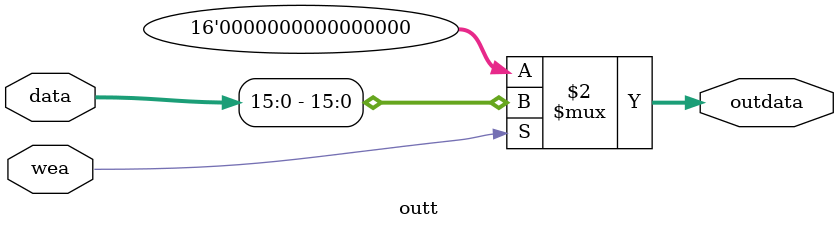
<source format=v>
`timescale 1ns / 1ps


module outt(
    input wea,
    input [25:0] data,
    output [15:0] outdata 
);

assign outdata = (wea == 1) ? data[15:0] : 16'b0;

endmodule

</source>
